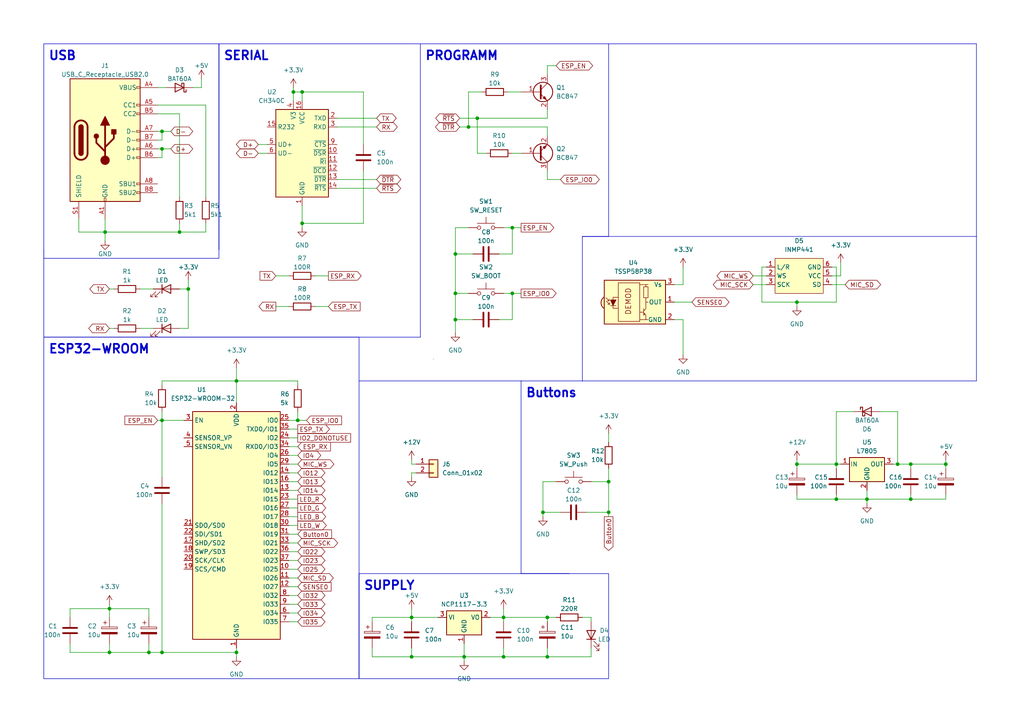
<source format=kicad_sch>
(kicad_sch (version 20231120) (generator "eeschema") (generator_version "8.0")
  (paper "A4")
  (junction (at 30.48 67.31))
  (junction (at 68.58 189.23))
  (junction (at 87.63 26.67))
  (junction (at 394.97 147.32))
  (junction (at 264.16 134.62))
  (junction (at 433.07 147.32))
  (junction (at 389.89 137.16))
  (junction (at 148.59 66.04))
  (junction (at 119.38 179.07))
  (junction (at 356.87 147.32))
  (junction (at 46.99 121.92))
  (junction (at 176.53 148.59))
  (junction (at 148.59 85.09))
  (junction (at 146.05 190.5))
  (junction (at 427.99 137.16))
  (junction (at 274.32 134.62))
  (junction (at 313.69 137.16))
  (junction (at 132.08 85.09))
  (junction (at 146.05 179.07))
  (junction (at 86.36 121.92))
  (junction (at 231.14 134.62))
  (junction (at 231.14 87.63))
  (junction (at 119.38 190.5))
  (junction (at 176.53 139.7))
  (junction (at 318.77 147.32))
  (junction (at 85.09 26.67))
  (junction (at 132.08 73.66))
  (junction (at 260.35 134.62))
  (junction (at 43.18 189.23))
  (junction (at 31.75 176.53))
  (junction (at 46.99 43.18))
  (junction (at 242.57 144.78))
  (junction (at 87.63 64.77))
  (junction (at 158.75 190.5))
  (junction (at 242.57 134.62))
  (junction (at 351.79 137.16))
  (junction (at 132.08 92.71))
  (junction (at 138.43 34.29))
  (junction (at 264.16 144.78))
  (junction (at 52.07 67.31))
  (junction (at 68.58 110.49))
  (junction (at 251.46 144.78))
  (junction (at 46.99 189.23))
  (junction (at 135.89 36.83))
  (junction (at 157.48 148.59))
  (junction (at 31.75 189.23))
  (junction (at 46.99 38.1))
  (junction (at 158.75 179.07))
  (junction (at 134.62 190.5))
  (junction (at 54.61 83.82))
  (wire (pts (xy 22.86 63.5) (xy 22.86 67.31)))
  (wire (pts (xy 158.75 36.83) (xy 135.89 36.83)))
  (wire (pts (xy 46.99 38.1) (xy 45.72 38.1)))
  (wire (pts (xy 31.75 95.25) (xy 33.02 95.25)))
  (wire (pts (xy 74.93 41.91) (xy 77.47 41.91)))
  (wire (pts (xy 148.59 66.04) (xy 146.05 66.04)))
  (wire (pts (xy 58.42 25.4) (xy 55.88 25.4)))
  (wire (pts (xy 242.57 87.63) (xy 231.14 87.63)))
  (wire (pts (xy 46.99 111.76) (xy 46.99 110.49)))
  (wire (pts (xy 46.99 110.49) (xy 68.58 110.49)))
  (wire (pts (xy 242.57 77.47) (xy 242.57 87.63)))
  (wire (pts (xy 439.42 121.92) (xy 322.58 121.92)))
  (wire (pts (xy 31.75 176.53) (xy 31.75 179.07)))
  (wire (pts (xy 427.99 147.32) (xy 427.99 146.05)))
  (wire (pts (xy 198.12 82.55) (xy 195.58 82.55)))
  (wire (pts (xy 54.61 95.25) (xy 54.61 83.82)))
  (wire (pts (xy 146.05 187.96) (xy 146.05 190.5)))
  (wire (pts (xy 83.82 121.92) (xy 86.36 121.92)))
  (wire (pts (xy 31.75 186.69) (xy 31.75 189.23)))
  (wire (pts (xy 398.78 132.08) (xy 398.78 127)))
  (wire (pts (xy 439.42 124.46) (xy 360.68 124.46)))
  (wire (pts (xy 43.18 189.23) (xy 46.99 189.23)))
  (wire (pts (xy 83.82 144.78) (xy 86.36 144.78)))
  (wire (pts (xy 274.32 135.89) (xy 274.32 134.62)))
  (wire (pts (xy 132.08 85.09) (xy 135.89 85.09)))
  (wire (pts (xy 86.36 119.38) (xy 86.36 121.92)))
  (wire (pts (xy 132.08 92.71) (xy 137.16 92.71)))
  (wire (pts (xy 241.3 80.01) (xy 243.84 80.01)))
  (wire (pts (xy 119.38 134.62) (xy 119.38 133.35)))
  (wire (pts (xy 80.01 88.9) (xy 83.82 88.9)))
  (wire (pts (xy 195.58 87.63) (xy 200.66 87.63)))
  (wire (pts (xy 157.48 139.7) (xy 157.48 148.59)))
  (wire (pts (xy 119.38 137.16) (xy 119.38 138.43)))
  (wire (pts (xy 147.32 26.67) (xy 151.13 26.67)))
  (wire (pts (xy 389.89 137.16) (xy 391.16 137.16)))
  (wire (pts (xy 198.12 77.47) (xy 198.12 82.55)))
  (wire (pts (xy 264.16 134.62) (xy 274.32 134.62)))
  (wire (pts (xy 242.57 134.62) (xy 242.57 135.89)))
  (wire (pts (xy 135.89 26.67) (xy 139.7 26.67)))
  (wire (pts (xy 264.16 134.62) (xy 264.16 135.89)))
  (wire (pts (xy 83.82 154.94) (xy 86.36 154.94)))
  (polyline (pts (xy 168.91 102.87) (xy 168.91 110.49)))
  (wire (pts (xy 52.07 67.31) (xy 59.69 67.31)))
  (polyline (pts (xy 12.7 72.39) (xy 12.7 97.79)))
  (wire (pts (xy 260.35 134.62) (xy 259.08 134.62)))
  (wire (pts (xy 158.75 52.07) (xy 162.56 52.07)))
  (wire (pts (xy 168.91 179.07) (xy 171.45 179.07)))
  (wire (pts (xy 158.75 180.34) (xy 158.75 179.07)))
  (wire (pts (xy 351.79 147.32) (xy 351.79 146.05)))
  (wire (pts (xy 251.46 144.78) (xy 242.57 144.78)))
  (wire (pts (xy 83.82 160.02) (xy 86.36 160.02)))
  (wire (pts (xy 40.64 95.25) (xy 44.45 95.25)))
  (polyline (pts (xy 176.53 12.7) (xy 176.53 68.58)))
  (polyline (pts (xy 151.13 110.49) (xy 151.13 166.37)))
  (wire (pts (xy 176.53 148.59) (xy 170.18 148.59)))
  (wire (pts (xy 322.58 147.32) (xy 318.77 147.32)))
  (wire (pts (xy 426.72 137.16) (xy 427.99 137.16)))
  (wire (pts (xy 176.53 139.7) (xy 176.53 148.59)))
  (wire (pts (xy 171.45 187.96) (xy 171.45 190.5)))
  (wire (pts (xy 83.82 147.32) (xy 86.36 147.32)))
  (wire (pts (xy 46.99 189.23) (xy 68.58 189.23)))
  (wire (pts (xy 135.89 36.83) (xy 135.89 26.67)))
  (wire (pts (xy 83.82 180.34) (xy 86.36 180.34)))
  (wire (pts (xy 46.99 121.92) (xy 53.34 121.92)))
  (wire (pts (xy 144.78 73.66) (xy 148.59 73.66)))
  (wire (pts (xy 438.15 118.11) (xy 438.15 119.38)))
  (wire (pts (xy 251.46 144.78) (xy 251.46 146.05)))
  (wire (pts (xy 241.3 77.47) (xy 242.57 77.47)))
  (wire (pts (xy 313.69 137.16) (xy 314.96 137.16)))
  (wire (pts (xy 83.82 149.86) (xy 86.36 149.86)))
  (wire (pts (xy 158.75 190.5) (xy 146.05 190.5)))
  (wire (pts (xy 58.42 22.86) (xy 58.42 25.4)))
  (wire (pts (xy 398.78 127) (xy 439.42 127)))
  (wire (pts (xy 30.48 63.5) (xy 30.48 67.31)))
  (wire (pts (xy 195.58 92.71) (xy 198.12 92.71)))
  (wire (pts (xy 107.95 179.07) (xy 119.38 179.07)))
  (wire (pts (xy 85.09 25.4) (xy 85.09 26.67)))
  (wire (pts (xy 146.05 176.53) (xy 146.05 179.07)))
  (wire (pts (xy 83.82 134.62) (xy 86.36 134.62)))
  (wire (pts (xy 54.61 83.82) (xy 54.61 81.28)))
  (wire (pts (xy 105.41 49.53) (xy 105.41 64.77)))
  (wire (pts (xy 52.07 64.77) (xy 52.07 67.31)))
  (wire (pts (xy 439.42 129.54) (xy 436.88 129.54)))
  (wire (pts (xy 133.35 36.83) (xy 135.89 36.83)))
  (wire (pts (xy 342.9 137.16) (xy 341.63 137.16)))
  (wire (pts (xy 46.99 45.72) (xy 45.72 45.72)))
  (wire (pts (xy 20.32 176.53) (xy 31.75 176.53)))
  (wire (pts (xy 157.48 148.59) (xy 162.56 148.59)))
  (wire (pts (xy 394.97 147.32) (xy 389.89 147.32)))
  (wire (pts (xy 119.38 179.07) (xy 119.38 176.53)))
  (polyline (pts (xy 151.13 166.37) (xy 165.1 166.37)))
  (wire (pts (xy 134.62 190.5) (xy 134.62 191.77)))
  (wire (pts (xy 142.24 179.07) (xy 146.05 179.07)))
  (wire (pts (xy 231.14 87.63) (xy 220.98 87.63)))
  (wire (pts (xy 158.75 187.96) (xy 158.75 190.5)))
  (wire (pts (xy 68.58 187.96) (xy 68.58 189.23)))
  (wire (pts (xy 318.77 147.32) (xy 318.77 148.59)))
  (wire (pts (xy 322.58 142.24) (xy 322.58 147.32)))
  (wire (pts (xy 318.77 147.32) (xy 313.69 147.32)))
  (wire (pts (xy 417.83 137.16) (xy 417.83 138.43)))
  (wire (pts (xy 398.78 142.24) (xy 398.78 147.32)))
  (wire (pts (xy 45.72 30.48) (xy 59.69 30.48)))
  (wire (pts (xy 105.41 26.67) (xy 87.63 26.67)))
  (wire (pts (xy 176.53 148.59) (xy 176.53 149.86)))
  (wire (pts (xy 45.72 43.18) (xy 46.99 43.18)))
  (wire (pts (xy 356.87 147.32) (xy 351.79 147.32)))
  (wire (pts (xy 427.99 138.43) (xy 427.99 137.16)))
  (wire (pts (xy 138.43 34.29) (xy 138.43 44.45)))
  (wire (pts (xy 351.79 137.16) (xy 353.06 137.16)))
  (wire (pts (xy 158.75 179.07) (xy 146.05 179.07)))
  (wire (pts (xy 87.63 64.77) (xy 87.63 66.04)))
  (wire (pts (xy 243.84 80.01) (xy 243.84 76.2)))
  (wire (pts (xy 220.98 87.63) (xy 220.98 77.47)))
  (wire (pts (xy 132.08 73.66) (xy 137.16 73.66)))
  (wire (pts (xy 220.98 77.47) (xy 222.25 77.47)))
  (wire (pts (xy 87.63 29.21) (xy 87.63 26.67)))
  (wire (pts (xy 83.82 165.1) (xy 86.36 165.1)))
  (wire (pts (xy 83.82 177.8) (xy 86.36 177.8)))
  (wire (pts (xy 389.89 147.32) (xy 389.89 146.05)))
  (wire (pts (xy 107.95 187.96) (xy 107.95 190.5)))
  (wire (pts (xy 43.18 176.53) (xy 43.18 179.07)))
  (wire (pts (xy 241.3 82.55) (xy 245.11 82.55)))
  (wire (pts (xy 83.82 152.4) (xy 86.36 152.4)))
  (wire (pts (xy 52.07 33.02) (xy 45.72 33.02)))
  (wire (pts (xy 231.14 144.78) (xy 231.14 143.51)))
  (wire (pts (xy 59.69 30.48) (xy 59.69 57.15)))
  (wire (pts (xy 231.14 87.63) (xy 231.14 88.9)))
  (wire (pts (xy 436.88 147.32) (xy 433.07 147.32)))
  (wire (pts (xy 133.35 34.29) (xy 138.43 34.29)))
  (wire (pts (xy 148.59 73.66) (xy 148.59 66.04)))
  (wire (pts (xy 46.99 43.18) (xy 46.99 45.72)))
  (wire (pts (xy 105.41 41.91) (xy 105.41 26.67)))
  (wire (pts (xy 97.79 34.29) (xy 109.22 34.29)))
  (wire (pts (xy 360.68 147.32) (xy 356.87 147.32)))
  (wire (pts (xy 119.38 179.07) (xy 119.38 180.34)))
  (wire (pts (xy 158.75 179.07) (xy 161.29 179.07)))
  (wire (pts (xy 31.75 189.23) (xy 20.32 189.23)))
  (polyline (pts (xy 125.73 104.14) (xy 125.73 104.14)))
  (wire (pts (xy 436.88 129.54) (xy 436.88 132.08)))
  (wire (pts (xy 83.82 139.7) (xy 86.36 139.7)))
  (wire (pts (xy 31.75 175.26) (xy 31.75 176.53)))
  (wire (pts (xy 119.38 187.96) (xy 119.38 190.5)))
  (wire (pts (xy 46.99 119.38) (xy 46.99 121.92)))
  (wire (pts (xy 86.36 111.76) (xy 86.36 110.49)))
  (wire (pts (xy 45.72 25.4) (xy 48.26 25.4)))
  (polyline (pts (xy 12.7 97.79) (xy 121.92 97.79)))
  (wire (pts (xy 31.75 176.53) (xy 43.18 176.53)))
  (wire (pts (xy 31.75 83.82) (xy 33.02 83.82)))
  (wire (pts (xy 86.36 121.92) (xy 88.9 121.92)))
  (wire (pts (xy 158.75 31.75) (xy 158.75 34.29)))
  (wire (pts (xy 158.75 49.53) (xy 158.75 52.07)))
  (wire (pts (xy 158.75 34.29) (xy 138.43 34.29)))
  (polyline (pts (xy 116.84 12.7) (xy 63.5 12.7)))
  (polyline (pts (xy 121.92 97.79) (xy 121.92 12.7)))
  (polyline (pts (xy 168.91 102.87) (xy 168.91 68.58)))
  (polyline (pts (xy 168.91 68.58) (xy 176.53 68.58)))
  (wire (pts (xy 231.14 134.62) (xy 242.57 134.62)))
  (wire (pts (xy 171.45 179.07) (xy 171.45 180.34)))
  (wire (pts (xy 107.95 180.34) (xy 107.95 179.07)))
  (wire (pts (xy 83.82 127) (xy 86.36 127)))
  (wire (pts (xy 427.99 137.16) (xy 429.26 137.16)))
  (wire (pts (xy 46.99 40.64) (xy 46.99 38.1)))
  (wire (pts (xy 20.32 179.07) (xy 20.32 176.53)))
  (wire (pts (xy 83.82 167.64) (xy 86.36 167.64)))
  (polyline (pts (xy 283.21 110.49) (xy 283.21 68.58)))
  (wire (pts (xy 398.78 147.32) (xy 394.97 147.32)))
  (wire (pts (xy 43.18 186.69) (xy 43.18 189.23)))
  (wire (pts (xy 394.97 147.32) (xy 394.97 148.59)))
  (wire (pts (xy 322.58 121.92) (xy 322.58 132.08)))
  (wire (pts (xy 120.65 137.16) (xy 119.38 137.16)))
  (polyline (pts (xy 283.21 68.58) (xy 168.91 68.58)))
  (wire (pts (xy 157.48 148.59) (xy 157.48 149.86)))
  (wire (pts (xy 105.41 64.77) (xy 87.63 64.77)))
  (wire (pts (xy 120.65 134.62) (xy 119.38 134.62)))
  (wire (pts (xy 218.44 82.55) (xy 222.25 82.55)))
  (wire (pts (xy 91.44 80.01) (xy 95.25 80.01)))
  (polyline (pts (xy 116.84 12.7) (xy 176.53 12.7)))
  (wire (pts (xy 303.53 137.16) (xy 303.53 138.43)))
  (wire (pts (xy 350.52 137.16) (xy 351.79 137.16)))
  (wire (pts (xy 313.69 138.43) (xy 313.69 137.16)))
  (wire (pts (xy 52.07 95.25) (xy 54.61 95.25)))
  (wire (pts (xy 419.1 137.16) (xy 417.83 137.16)))
  (wire (pts (xy 389.89 138.43) (xy 389.89 137.16)))
  (wire (pts (xy 97.79 54.61) (xy 109.22 54.61)))
  (wire (pts (xy 148.59 44.45) (xy 151.13 44.45)))
  (wire (pts (xy 255.27 119.38) (xy 260.35 119.38)))
  (wire (pts (xy 30.48 67.31) (xy 52.07 67.31)))
  (wire (pts (xy 360.68 142.24) (xy 360.68 147.32)))
  (wire (pts (xy 264.16 134.62) (xy 260.35 134.62)))
  (wire (pts (xy 146.05 190.5) (xy 134.62 190.5)))
  (wire (pts (xy 231.14 135.89) (xy 231.14 134.62)))
  (wire (pts (xy 379.73 137.16) (xy 379.73 138.43)))
  (wire (pts (xy 87.63 59.69) (xy 87.63 64.77)))
  (wire (pts (xy 52.07 83.82) (xy 54.61 83.82)))
  (wire (pts (xy 260.35 119.38) (xy 260.35 134.62)))
  (polyline (pts (xy 283.21 12.7) (xy 283.21 68.58)))
  (wire (pts (xy 148.59 85.09) (xy 146.05 85.09)))
  (wire (pts (xy 381 137.16) (xy 379.73 137.16)))
  (wire (pts (xy 351.79 138.43) (xy 351.79 137.16)))
  (polyline (pts (xy 176.53 12.7) (xy 283.21 12.7)))
  (wire (pts (xy 218.44 80.01) (xy 222.25 80.01)))
  (wire (pts (xy 313.69 147.32) (xy 313.69 146.05)))
  (wire (pts (xy 438.15 119.38) (xy 439.42 119.38)))
  (wire (pts (xy 388.62 137.16) (xy 389.89 137.16)))
  (polyline (pts (xy 63.5 12.7) (xy 63.5 72.39)))
  (wire (pts (xy 31.75 189.23) (xy 43.18 189.23)))
  (wire (pts (xy 356.87 147.32) (xy 356.87 148.59)))
  (wire (pts (xy 198.12 92.71) (xy 198.12 102.87)))
  (wire (pts (xy 83.82 129.54) (xy 86.36 129.54)))
  (wire (pts (xy 40.64 83.82) (xy 44.45 83.82)))
  (wire (pts (xy 107.95 190.5) (xy 119.38 190.5)))
  (wire (pts (xy 86.36 110.49) (xy 68.58 110.49)))
  (wire (pts (xy 304.8 137.16) (xy 303.53 137.16)))
  (wire (pts (xy 274.32 143.51) (xy 274.32 144.78)))
  (wire (pts (xy 83.82 172.72) (xy 86.36 172.72)))
  (wire (pts (xy 68.58 110.49) (xy 68.58 116.84)))
  (wire (pts (xy 242.57 143.51) (xy 242.57 144.78)))
  (wire (pts (xy 91.44 88.9) (xy 95.25 88.9)))
  (wire (pts (xy 243.84 134.62) (xy 242.57 134.62)))
  (wire (pts (xy 132.08 66.04) (xy 132.08 73.66)))
  (wire (pts (xy 251.46 142.24) (xy 251.46 144.78)))
  (wire (pts (xy 176.53 125.73) (xy 176.53 128.27)))
  (wire (pts (xy 46.99 38.1) (xy 49.53 38.1)))
  (wire (pts (xy 83.82 142.24) (xy 86.36 142.24)))
  (wire (pts (xy 148.59 66.04) (xy 151.13 66.04)))
  (wire (pts (xy 242.57 119.38) (xy 242.57 134.62)))
  (wire (pts (xy 158.75 19.05) (xy 161.29 19.05)))
  (wire (pts (xy 231.14 134.62) (xy 231.14 133.35)))
  (wire (pts (xy 83.82 124.46) (xy 86.36 124.46)))
  (wire (pts (xy 20.32 186.69) (xy 20.32 189.23)))
  (wire (pts (xy 83.82 137.16) (xy 86.36 137.16)))
  (wire (pts (xy 52.07 33.02) (xy 52.07 57.15)))
  (wire (pts (xy 274.32 144.78) (xy 264.16 144.78)))
  (wire (pts (xy 85.09 26.67) (xy 87.63 26.67)))
  (wire (pts (xy 45.72 121.92) (xy 46.99 121.92)))
  (wire (pts (xy 46.99 121.92) (xy 46.99 138.43)))
  (wire (pts (xy 433.07 147.32) (xy 427.99 147.32)))
  (wire (pts (xy 30.48 67.31) (xy 30.48 69.85)))
  (wire (pts (xy 80.01 80.01) (xy 83.82 80.01)))
  (polyline (pts (xy 168.91 110.49) (xy 151.13 110.49)))
  (wire (pts (xy 83.82 132.08) (xy 86.36 132.08)))
  (wire (pts (xy 97.79 36.83) (xy 109.22 36.83)))
  (wire (pts (xy 148.59 85.09) (xy 151.13 85.09)))
  (wire (pts (xy 22.86 67.31) (xy 30.48 67.31)))
  (wire (pts (xy 146.05 179.07) (xy 146.05 180.34)))
  (wire (pts (xy 97.79 52.07) (xy 109.22 52.07)))
  (wire (pts (xy 158.75 39.37) (xy 158.75 36.83)))
  (wire (pts (xy 360.68 124.46) (xy 360.68 132.08)))
  (polyline (pts (xy 168.91 110.49) (xy 283.21 110.49)))
  (wire (pts (xy 83.82 170.18) (xy 86.36 170.18)))
  (wire (pts (xy 46.99 43.18) (xy 49.53 43.18)))
  (wire (pts (xy 264.16 144.78) (xy 251.46 144.78)))
  (wire (pts (xy 138.43 44.45) (xy 140.97 44.45)))
  (wire (pts (xy 59.69 67.31) (xy 59.69 64.77)))
  (wire (pts (xy 171.45 190.5) (xy 158.75 190.5)))
  (wire (pts (xy 85.09 26.67) (xy 85.09 29.21)))
  (wire (pts (xy 433.07 147.32) (xy 433.07 148.59)))
  (wire (pts (xy 68.58 189.23) (xy 68.58 190.5)))
  (wire (pts (xy 83.82 162.56) (xy 86.36 162.56)))
  (wire (pts (xy 158.75 21.59) (xy 158.75 19.05)))
  (wire (pts (xy 242.57 144.78) (xy 231.14 144.78)))
  (wire (pts (xy 161.29 139.7) (xy 157.48 139.7)))
  (wire (pts (xy 132.08 85.09) (xy 132.08 92.71)))
  (wire (pts (xy 274.32 133.35) (xy 274.32 134.62)))
  (wire (pts (xy 312.42 137.16) (xy 313.69 137.16)))
  (wire (pts (xy 45.72 40.64) (xy 46.99 40.64)))
  (wire (pts (xy 247.65 119.38) (xy 242.57 119.38)))
  (wire (pts (xy 46.99 189.23) (xy 46.99 146.05)))
  (wire (pts (xy 134.62 186.69) (xy 134.62 190.5)))
  (wire (pts (xy 119.38 190.5) (xy 134.62 190.5)))
  (wire (pts (xy 144.78 92.71) (xy 148.59 92.71)))
  (wire (pts (xy 132.08 92.71) (xy 132.08 96.52)))
  (wire (pts (xy 264.16 143.51) (xy 264.16 144.78)))
  (wire (pts (xy 341.63 137.16) (xy 341.63 138.43)))
  (wire (pts (xy 74.93 44.45) (xy 77.47 44.45)))
  (wire (pts (xy 148.59 92.71) (xy 148.59 85.09)))
  (wire (pts (xy 171.45 139.7) (xy 176.53 139.7)))
  (polyline (pts (xy 104.14 110.49) (xy 151.13 110.49)))
  (wire (pts (xy 83.82 157.48) (xy 86.36 157.48)))
  (wire (pts (xy 127 179.07) (xy 119.38 179.07)))
  (wire (pts (xy 436.88 142.24) (xy 436.88 147.32)))
  (wire (pts (xy 83.82 175.26) (xy 86.36 175.26)))
  (wire (pts (xy 132.08 73.66) (xy 132.08 85.09)))
  (wire (pts (xy 68.58 106.68) (xy 68.58 110.49)))
  (wire (pts (xy 176.53 135.89) (xy 176.53 139.7)))
  (wire (pts (xy 135.89 66.04) (xy 132.08 66.04)))
  (rectangle (start 12.7 12.7) (end 63.5 74.93))
  (rectangle (start 12.7 97.79) (end 104.14 196.85))
  (rectangle (start 104.14 166.37) (end 176.53 196.85))
  (text "USB" (at 13.97 17.78 0) (effects (font (size 2.54 2.54) (thickness 0.508) (bold yes)) (justify left bottom)))
  (text "SERIAL" (at 64.77 17.78 0) (effects (font (size 2.54 2.54) (thickness 0.508) (bold yes)) (justify left bottom)))
  (text "ESP32-WROOM" (at 13.97 102.87 0) (effects (font (size 2.54 2.54) (thickness 0.508) (bold yes)) (justify left bottom)))
  (text "PROGRAMM\n" (at 123.19 17.78 0) (effects (font (size 2.54 2.54) (thickness 0.508) (bold yes)) (justify left bottom)))
  (text "Buttons" (at 152.4 115.57 0) (effects (font (size 2.54 2.54) (thickness 0.508) (bold yes)) (justify left bottom)))
  (text "SUPPLY\n" (at 105.41 171.45 0) (effects (font (size 2.54 2.54) (thickness 0.508) (bold yes)) (justify left bottom)))
  (global_label "ESP_EN" (shape bidirectional) (at 161.29 19.05 0) (property "Intersheetrefs" "${INTERSHEET_REFS}" (effects (hide yes))))
  (global_label "RX" (shape bidirectional) (at 31.75 95.25 180) (property "Intersheetrefs" "${INTERSHEET_REFS}" (effects (hide yes))))
  (global_label "D-" (shape bidirectional) (at 74.93 44.45 180) (property "Intersheetrefs" "${INTERSHEET_REFS}" (effects (hide yes))))
  (global_label "LED_B" (shape input) (at 379.73 138.43 270) (property "Intersheetrefs" "${INTERSHEET_REFS}" (effects (hide yes))))
  (global_label "ESP_IO0" (shape input) (at 88.9 121.92 0) (property "Intersheetrefs" "${INTERSHEET_REFS}" (effects (hide yes))))
  (global_label "IO14" (shape bidirectional) (at 86.36 142.24 0) (property "Intersheetrefs" "${INTERSHEET_REFS}" (effects (hide yes))))
  (global_label "TX" (shape bidirectional) (at 31.75 83.82 180) (property "Intersheetrefs" "${INTERSHEET_REFS}" (effects (hide yes))))
  (global_label "ESP_IO0" (shape bidirectional) (at 162.56 52.07 0) (property "Intersheetrefs" "${INTERSHEET_REFS}" (effects (hide yes))))
  (global_label "RX" (shape output) (at 80.01 88.9 180) (property "Intersheetrefs" "${INTERSHEET_REFS}" (effects (hide yes))))
  (global_label "Button0" (shape output) (at 176.53 149.86 270) (property "Intersheetrefs" "${INTERSHEET_REFS}" (effects (hide yes))))
  (global_label "Button0" (shape input) (at 86.36 154.94 0) (property "Intersheetrefs" "${INTERSHEET_REFS}" (effects (hide yes))))
  (global_label "IO34" (shape bidirectional) (at 86.36 177.8 0) (property "Intersheetrefs" "${INTERSHEET_REFS}" (effects (hide yes))))
  (global_label "~{DTR}" (shape bidirectional) (at 133.35 36.83 180) (property "Intersheetrefs" "${INTERSHEET_REFS}" (effects (hide yes))))
  (global_label "LED_W" (shape input) (at 417.83 138.43 270) (property "Intersheetrefs" "${INTERSHEET_REFS}" (effects (hide yes))))
  (global_label "MIC_WS" (shape bidirectional) (at 218.44 80.01 180) (property "Intersheetrefs" "${INTERSHEET_REFS}" (effects (hide yes))))
  (global_label "ESP_RX" (shape output) (at 95.25 80.01 0) (property "Intersheetrefs" "${INTERSHEET_REFS}" (effects (hide yes))))
  (global_label "LED_R" (shape output) (at 86.36 144.78 0) (property "Intersheetrefs" "${INTERSHEET_REFS}" (effects (hide yes))))
  (global_label "IO13" (shape bidirectional) (at 86.36 139.7 0) (property "Intersheetrefs" "${INTERSHEET_REFS}" (effects (hide yes))))
  (global_label "IO35" (shape bidirectional) (at 86.36 180.34 0) (property "Intersheetrefs" "${INTERSHEET_REFS}" (effects (hide yes))))
  (global_label "ESP_TX" (shape output) (at 86.36 124.46 0) (property "Intersheetrefs" "${INTERSHEET_REFS}" (effects (hide yes))))
  (global_label "IO4" (shape bidirectional) (at 86.36 132.08 0) (property "Intersheetrefs" "${INTERSHEET_REFS}" (effects (hide yes))))
  (global_label "~{RTS}" (shape bidirectional) (at 109.22 54.61 0) (property "Intersheetrefs" "${INTERSHEET_REFS}" (effects (hide yes))))
  (global_label "MIC_SCK" (shape bidirectional) (at 218.44 82.55 180) (property "Intersheetrefs" "${INTERSHEET_REFS}" (effects (hide yes))))
  (global_label "MIC_SD" (shape bidirectional) (at 86.36 167.64 0) (property "Intersheetrefs" "${INTERSHEET_REFS}" (effects (hide yes))))
  (global_label "D-" (shape bidirectional) (at 49.53 38.1 0) (property "Intersheetrefs" "${INTERSHEET_REFS}" (effects (hide yes))))
  (global_label "ESP_IO0" (shape output) (at 151.13 85.09 0) (property "Intersheetrefs" "${INTERSHEET_REFS}" (effects (hide yes))))
  (global_label "LED_G" (shape input) (at 341.63 138.43 270) (property "Intersheetrefs" "${INTERSHEET_REFS}" (effects (hide yes))))
  (global_label "MIC_SCK" (shape bidirectional) (at 86.36 157.48 0) (property "Intersheetrefs" "${INTERSHEET_REFS}" (effects (hide yes))))
  (global_label "D+" (shape bidirectional) (at 49.53 43.18 0) (property "Intersheetrefs" "${INTERSHEET_REFS}" (effects (hide yes))))
  (global_label "IO22" (shape bidirectional) (at 86.36 160.02 0) (property "Intersheetrefs" "${INTERSHEET_REFS}" (effects (hide yes))))
  (global_label "LED_G" (shape output) (at 86.36 147.32 0) (property "Intersheetrefs" "${INTERSHEET_REFS}" (effects (hide yes))))
  (global_label "LED_W" (shape output) (at 86.36 152.4 0) (property "Intersheetrefs" "${INTERSHEET_REFS}" (effects (hide yes))))
  (global_label "IO12" (shape bidirectional) (at 86.36 137.16 0) (property "Intersheetrefs" "${INTERSHEET_REFS}" (effects (hide yes))))
  (global_label "SENSE0" (shape bidirectional) (at 200.66 87.63 0) (property "Intersheetrefs" "${INTERSHEET_REFS}" (effects (hide yes))))
  (global_label "IO2_DONOTUSE" (shape passive) (at 86.36 127 0) (property "Intersheetrefs" "${INTERSHEET_REFS}" (effects (hide yes))))
  (global_label "IO25" (shape bidirectional) (at 86.36 165.1 0) (property "Intersheetrefs" "${INTERSHEET_REFS}" (effects (hide yes))))
  (global_label "ESP_TX" (shape input) (at 95.25 88.9 0) (property "Intersheetrefs" "${INTERSHEET_REFS}" (effects (hide yes))))
  (global_label "LED_B" (shape output) (at 86.36 149.86 0) (property "Intersheetrefs" "${INTERSHEET_REFS}" (effects (hide yes))))
  (global_label "TX" (shape bidirectional) (at 109.22 34.29 0) (property "Intersheetrefs" "${INTERSHEET_REFS}" (effects (hide yes))))
  (global_label "~{RTS}" (shape bidirectional) (at 133.35 34.29 180) (property "Intersheetrefs" "${INTERSHEET_REFS}" (effects (hide yes))))
  (global_label "~{DTR}" (shape bidirectional) (at 109.22 52.07 0) (property "Intersheetrefs" "${INTERSHEET_REFS}" (effects (hide yes))))
  (global_label "MIC_WS" (shape bidirectional) (at 86.36 134.62 0) (property "Intersheetrefs" "${INTERSHEET_REFS}" (effects (hide yes))))
  (global_label "ESP_EN" (shape output) (at 151.13 66.04 0) (property "Intersheetrefs" "${INTERSHEET_REFS}" (effects (hide yes))))
  (global_label "D+" (shape bidirectional) (at 74.93 41.91 180) (property "Intersheetrefs" "${INTERSHEET_REFS}" (effects (hide yes))))
  (global_label "MIC_SD" (shape bidirectional) (at 245.11 82.55 0) (property "Intersheetrefs" "${INTERSHEET_REFS}" (effects (hide yes))))
  (global_label "SENSE0" (shape input) (at 86.36 170.18 0) (property "Intersheetrefs" "${INTERSHEET_REFS}" (effects (hide yes))))
  (global_label "ESP_EN" (shape input) (at 45.72 121.92 180) (property "Intersheetrefs" "${INTERSHEET_REFS}" (effects (hide yes))))
  (global_label "RX" (shape bidirectional) (at 109.22 36.83 0) (property "Intersheetrefs" "${INTERSHEET_REFS}" (effects (hide yes))))
  (global_label "IO32" (shape bidirectional) (at 86.36 172.72 0) (property "Intersheetrefs" "${INTERSHEET_REFS}" (effects (hide yes))))
  (global_label "TX" (shape input) (at 80.01 80.01 180) (property "Intersheetrefs" "${INTERSHEET_REFS}" (effects (hide yes))))
  (global_label "LED_R" (shape input) (at 303.53 138.43 270) (property "Intersheetrefs" "${INTERSHEET_REFS}" (effects (hide yes))))
  (global_label "IO23" (shape bidirectional) (at 86.36 162.56 0) (property "Intersheetrefs" "${INTERSHEET_REFS}" (effects (hide yes))))
  (global_label "IO33" (shape bidirectional) (at 86.36 175.26 0) (property "Intersheetrefs" "${INTERSHEET_REFS}" (effects (hide yes))))
  (global_label "ESP_RX" (shape input) (at 86.36 129.54 0) (property "Intersheetrefs" "${INTERSHEET_REFS}" (effects (hide yes))))
  (symbol (lib_id "Device:R") (at 346.71 137.16 90) (unit 1)
    (property "Reference" "R15" (at 346.71 132.08 90))
    (property "Value" "100R" (at 346.71 134.62 90))
    (property "Footprint" "Resistor_SMD:R_0603_1608Metric_Pad0.98x0.95mm_HandSolder" (effects (hide yes)))
  )
  (symbol (lib_id "Device:C_Polarized") (at 107.95 184.15 0) (unit 1)
    (property "Reference" "C6" (at 111.76 181.991 0) (effects (justify left)))
    (property "Value" "10u" (at 111.76 184.531 0) (effects (justify left)))
    (property "Footprint" "Capacitor_Tantalum_SMD:CP_EIA-3216-18_Kemet-A_Pad1.58x1.35mm_HandSolder" (effects (hide yes)))
  )
  (symbol (lib_id "Device:LED") (at 171.45 184.15 90) (unit 1)
    (property "Reference" "D4" (at 175.26 182.88 90))
    (property "Value" "LED" (at 175.26 185.42 90))
    (property "Footprint" "LED_SMD:LED_0603_1608Metric_Pad1.05x0.95mm_HandSolder" (effects (hide yes)))
  )
  (symbol (lib_id "power:+12V") (at 119.38 133.35 0) (unit 1)
    (property "Reference" "#PWR018" (effects (hide yes)))
    (property "Value" "+12V" (at 119.38 128.27 0))
  )
  (symbol (lib_id "Device:R") (at 427.99 142.24 180) (unit 1)
    (property "Reference" "R20" (at 424.18 140.97 0))
    (property "Value" "10k" (at 424.18 143.51 0))
    (property "Footprint" "Resistor_SMD:R_0603_1608Metric_Pad0.98x0.95mm_HandSolder" (effects (hide yes)))
  )
  (symbol (lib_id "Device:C_Polarized") (at 31.75 182.88 0) (unit 1)
    (property "Reference" "C2" (at 25.4 181.61 0) (effects (justify left)))
    (property "Value" "10u" (at 25.4 184.15 0) (effects (justify left)))
    (property "Footprint" "Capacitor_Tantalum_SMD:CP_EIA-3216-18_Kemet-A_Pad1.58x1.35mm_HandSolder" (effects (hide yes)))
  )
  (symbol (lib_id "power:GND") (at 394.97 148.59 0) (unit 1)
    (property "Reference" "#PWR025" (effects (hide yes)))
    (property "Value" "GND" (at 394.97 152.4 0))
  )
  (symbol (lib_id "power:+3.3V") (at 31.75 175.26 0) (unit 1)
    (property "Reference" "#PWR02" (effects (hide yes)))
    (property "Value" "+3.3V" (at 31.75 170.18 0))
  )
  (symbol (lib_id "Device:R") (at 46.99 115.57 0) (unit 1)
    (property "Reference" "R4" (at 41.91 114.3 0) (effects (justify left)))
    (property "Value" "10k" (at 41.91 116.84 0) (effects (justify left)))
    (property "Footprint" "Resistor_SMD:R_0603_1608Metric_Pad0.98x0.95mm_HandSolder" (effects (hide yes)))
  )
  (symbol (lib_id "Diode:BAT60A") (at 251.46 119.38 0) (unit 1)
    (property "Reference" "D6" (at 251.46 124.46 0))
    (property "Value" "BAT60A" (at 251.46 121.92 0))
    (property "Footprint" "Diode_SMD:D_SOD-323_HandSoldering" (effects (hide yes)))
    (property "Datasheet" "https://www.infineon.com/dgdl/Infineon-BAT60ASERIES-DS-v01_01-en.pdf?fileId=db3a304313d846880113def70c9304a9" (effects (hide yes)))
  )
  (symbol (lib_id "Device:LED") (at 48.26 95.25 0) (unit 1)
    (property "Reference" "D2" (at 46.99 90.17 0))
    (property "Value" "LED" (at 46.99 92.71 0))
    (property "Footprint" "LED_SMD:LED_0603_1608Metric_Pad1.05x0.95mm_HandSolder" (effects (hide yes)))
  )
  (symbol (lib_id "power:GND") (at 119.38 138.43 0) (unit 1)
    (property "Reference" "#PWR012" (effects (hide yes)))
    (property "Value" "GND" (at 119.38 143.51 0))
  )
  (symbol (lib_id "power:GND") (at 87.63 66.04 0) (unit 1)
    (property "Reference" "#PWR08" (effects (hide yes)))
    (property "Value" "GND" (at 87.63 71.12 0))
  )
  (symbol (lib_id "Device:C_Polarized") (at 158.75 184.15 0) (unit 1)
    (property "Reference" "C11" (at 162.56 181.991 0) (effects (justify left)))
    (property "Value" "10u" (at 162.56 184.531 0) (effects (justify left)))
    (property "Footprint" "Capacitor_Tantalum_SMD:CP_EIA-3216-18_Kemet-A_Pad1.58x1.35mm_HandSolder" (effects (hide yes)))
  )
  (symbol (lib_id "Device:R") (at 144.78 44.45 90) (unit 1)
    (property "Reference" "R10" (at 144.78 39.37 90))
    (property "Value" "10k" (at 144.78 41.91 90))
    (property "Footprint" "Resistor_SMD:R_0603_1608Metric_Pad0.98x0.95mm_HandSolder" (effects (hide yes)))
  )
  (symbol (lib_id "Diode:BAT60A") (at 52.07 25.4 180) (unit 1)
    (property "Reference" "D3" (at 52.07 20.32 0))
    (property "Value" "BAT60A" (at 52.07 22.86 0))
    (property "Footprint" "Diode_SMD:D_SOD-323_HandSoldering" (effects (hide yes)))
    (property "Datasheet" "https://www.infineon.com/dgdl/Infineon-BAT60ASERIES-DS-v01_01-en.pdf?fileId=db3a304313d846880113def70c9304a9" (effects (hide yes)))
  )
  (symbol (lib_id "power:GND") (at 231.14 88.9 0) (unit 1)
    (property "Reference" "#PWR033" (effects (hide yes)))
    (property "Value" "GND" (at 231.14 93.98 0))
  )
  (symbol (lib_id "Device:C") (at 146.05 184.15 0) (unit 1)
    (property "Reference" "C10" (at 149.86 182.88 0) (effects (justify left)))
    (property "Value" "100n" (at 149.86 185.42 0) (effects (justify left)))
    (property "Footprint" "Capacitor_SMD:C_0603_1608Metric_Pad1.08x0.95mm_HandSolder" (effects (hide yes)))
  )
  (symbol (lib_id "Device:C") (at 140.97 73.66 90) (unit 1)
    (property "Reference" "C8" (at 140.97 67.31 90))
    (property "Value" "100n" (at 140.97 69.85 90))
    (property "Footprint" "Capacitor_SMD:C_0603_1608Metric_Pad1.08x0.95mm_HandSolder" (effects (hide yes)))
  )
  (symbol (lib_id "Device:R") (at 87.63 80.01 90) (unit 1)
    (property "Reference" "R7" (at 87.63 74.93 90))
    (property "Value" "100R" (at 87.63 77.47 90))
    (property "Footprint" "Resistor_SMD:R_0603_1608Metric_Pad0.98x0.95mm_HandSolder" (effects (hide yes)))
  )
  (symbol (lib_id "Transistor_BJT:BC847") (at 156.21 26.67 0) (unit 1)
    (property "Reference" "Q1" (at 161.29 25.4 0) (effects (justify left)))
    (property "Value" "BC847" (at 161.29 27.94 0) (effects (justify left)))
    (property "Footprint" "Package_TO_SOT_SMD:SOT-23" (effects (hide yes)))
    (property "Datasheet" "http://www.infineon.com/dgdl/Infineon-BC847SERIES_BC848SERIES_BC849SERIES_BC850SERIES-DS-v01_01-en.pdf?fileId=db3a304314dca389011541d4630a1657" (effects (hide yes)))
  )
  (symbol (lib_id "power:GND") (at 318.77 148.59 0) (unit 1)
    (property "Reference" "#PWR023" (effects (hide yes)))
    (property "Value" "GND" (at 318.77 152.4 0))
  )
  (symbol (lib_id "power:+3.3V") (at 243.84 76.2 0) (unit 1)
    (property "Reference" "#PWR034" (effects (hide yes)))
    (property "Value" "+3.3V" (at 243.84 71.12 0))
  )
  (symbol (lib_id "Device:R") (at 308.61 137.16 90) (unit 1)
    (property "Reference" "R13" (at 308.61 132.08 90))
    (property "Value" "100R" (at 308.61 134.62 90))
    (property "Footprint" "Resistor_SMD:R_0603_1608Metric_Pad0.98x0.95mm_HandSolder" (effects (hide yes)))
  )
  (symbol (lib_id "Device:C") (at 119.38 184.15 0) (unit 1)
    (property "Reference" "C7" (at 123.19 182.88 0) (effects (justify left)))
    (property "Value" "100n" (at 123.19 185.42 0) (effects (justify left)))
    (property "Footprint" "Capacitor_SMD:C_0603_1608Metric_Pad1.08x0.95mm_HandSolder" (effects (hide yes)))
  )
  (symbol (lib_id "Device:R") (at 422.91 137.16 90) (unit 1)
    (property "Reference" "R19" (at 422.91 132.08 90))
    (property "Value" "100R" (at 422.91 134.62 90))
    (property "Footprint" "Resistor_SMD:R_0603_1608Metric_Pad0.98x0.95mm_HandSolder" (effects (hide yes)))
  )
  (symbol (lib_id "power:+12V") (at 231.14 133.35 0) (unit 1)
    (property "Reference" "#PWR020" (effects (hide yes)))
    (property "Value" "+12V" (at 231.14 128.27 0))
  )
  (symbol (lib_id "Device:C") (at 105.41 45.72 0) (unit 1)
    (property "Reference" "C5" (at 109.22 44.45 0) (effects (justify left)))
    (property "Value" "100n" (at 109.22 46.99 0) (effects (justify left)))
    (property "Footprint" "Capacitor_SMD:C_0603_1608Metric_Pad1.08x0.95mm_HandSolder" (effects (hide yes)))
  )
  (symbol (lib_id "power:GND") (at 198.12 102.87 0) (unit 1)
    (property "Reference" "#PWR09" (effects (hide yes)))
    (property "Value" "GND" (at 198.12 107.95 0))
  )
  (symbol (lib_id "power:GND") (at 251.46 146.05 0) (unit 1)
    (property "Reference" "#PWR022" (effects (hide yes)))
    (property "Value" "GND" (at 251.46 151.13 0))
  )
  (symbol (lib_id "Regulator_Linear:L7805") (at 251.46 134.62 0) (unit 1)
    (property "Reference" "U5" (at 251.46 128.27 0))
    (property "Value" "L7805" (at 251.46 130.81 0))
    (property "Footprint" "Package_TO_SOT_SMD:TO-252-3_TabPin2" (effects (hide yes)))
    (property "Datasheet" "http://www.st.com/content/ccc/resource/technical/document/datasheet/41/4f/b3/b0/12/d4/47/88/CD00000444.pdf/files/CD00000444.pdf/jcr:content/translations/en.CD00000444.pdf" (effects (hide yes)))
  )
  (symbol (lib_id "Transistor_FET:IRF540N") (at 396.24 137.16 0) (unit 1)
    (property "Reference" "Q5" (at 402.59 135.89 0) (effects (justify left)))
    (property "Value" "IRFL4105PBF" (at 402.59 138.43 0) (effects (justify left)))
    (property "Footprint" "Package_TO_SOT_SMD:SOT-223" (effects (hide yes)))
    (property "Datasheet" "http://www.irf.com/product-info/datasheets/data/irf540n.pdf" (effects (hide yes)))
  )
  (symbol (lib_id "Device:C") (at 140.97 92.71 90) (unit 1)
    (property "Reference" "C9" (at 140.97 86.36 90))
    (property "Value" "100n" (at 140.97 88.9 90))
    (property "Footprint" "Capacitor_SMD:C_0603_1608Metric_Pad1.08x0.95mm_HandSolder" (effects (hide yes)))
  )
  (symbol (lib_id "Device:R") (at 389.89 142.24 180) (unit 1)
    (property "Reference" "R18" (at 386.08 140.97 0))
    (property "Value" "10k" (at 386.08 143.51 0))
    (property "Footprint" "Resistor_SMD:R_0603_1608Metric_Pad0.98x0.95mm_HandSolder" (effects (hide yes)))
  )
  (symbol (lib_id "RF_Module:ESP32-WROOM-32") (at 68.58 152.4 0) (unit 1)
    (property "Reference" "U1" (at 57.15 113.03 0) (effects (justify left)))
    (property "Value" "ESP32-WROOM-32" (at 49.53 115.57 0) (effects (justify left)))
    (property "Footprint" "RF_Module:ESP32-WROOM-32" (effects (hide yes)))
    (property "Datasheet" "https://www.espressif.com/sites/default/files/documentation/esp32-wroom-32_datasheet_en.pdf" (effects (hide yes)))
  )
  (symbol (lib_id "Transistor_FET:IRF540N") (at 434.34 137.16 0) (unit 1)
    (property "Reference" "Q6" (at 440.69 135.89 0) (effects (justify left)))
    (property "Value" "IRFL4105PBF" (at 440.69 138.43 0) (effects (justify left)))
    (property "Footprint" "Package_TO_SOT_SMD:SOT-223" (effects (hide yes)))
    (property "Datasheet" "http://www.irf.com/product-info/datasheets/data/irf540n.pdf" (effects (hide yes)))
  )
  (symbol (lib_id "power:GND") (at 433.07 148.59 0) (unit 1)
    (property "Reference" "#PWR026" (effects (hide yes)))
    (property "Value" "GND" (at 433.07 152.4 0))
  )
  (symbol (lib_id "power:+3.3V") (at 176.53 125.73 0) (unit 1)
    (property "Reference" "#PWR017" (effects (hide yes)))
    (property "Value" "+3.3V" (at 176.53 120.65 0))
  )
  (symbol (lib_id "power:GND") (at 132.08 96.52 0) (unit 1)
    (property "Reference" "#PWR013" (effects (hide yes)))
    (property "Value" "GND" (at 132.08 101.6 0))
  )
  (symbol (lib_id "Transistor_BJT:BC847") (at 156.21 44.45 0) (mirror x) (unit 1)
    (property "Reference" "Q2" (at 161.29 43.18 0) (effects (justify left)))
    (property "Value" "BC847" (at 161.29 45.72 0) (effects (justify left)))
    (property "Footprint" "Package_TO_SOT_SMD:SOT-23" (effects (hide yes)))
    (property "Datasheet" "http://www.infineon.com/dgdl/Infineon-BC847SERIES_BC848SERIES_BC849SERIES_BC850SERIES-DS-v01_01-en.pdf?fileId=db3a304314dca389011541d4630a1657" (effects (hide yes)))
  )
  (symbol (lib_id "Device:R") (at 165.1 179.07 90) (unit 1)
    (property "Reference" "R11" (at 165.1 173.99 90))
    (property "Value" "220R" (at 165.1 176.53 90))
    (property "Footprint" "Resistor_SMD:R_0603_1608Metric_Pad0.98x0.95mm_HandSolder" (effects (hide yes)))
  )
  (symbol (lib_id "GioN_Custom:INMP441") (at 224.79 74.93 0) (unit 1)
    (property "Reference" "D5" (at 231.775 69.85 0))
    (property "Value" "INMP441" (at 231.775 72.39 0))
    (property "Footprint" "GioN_Custom:INMP441_Module" (effects (hide yes)))
  )
  (symbol (lib_id "Device:C") (at 20.32 182.88 0) (unit 1)
    (property "Reference" "C1" (at 13.97 181.61 0) (effects (justify left)))
    (property "Value" "100n" (at 12.7 184.15 0) (effects (justify left)))
    (property "Footprint" "Capacitor_SMD:C_0603_1608Metric_Pad1.08x0.95mm_HandSolder" (effects (hide yes)))
  )
  (symbol (lib_id "Device:R") (at 36.83 83.82 90) (unit 1)
    (property "Reference" "R1" (at 36.83 78.74 90))
    (property "Value" "1k" (at 36.83 81.28 90))
    (property "Footprint" "Resistor_SMD:R_0603_1608Metric_Pad0.98x0.95mm_HandSolder" (effects (hide yes)))
  )
  (symbol (lib_id "Device:C") (at 166.37 148.59 90) (unit 1)
    (property "Reference" "C12" (at 166.37 142.24 90))
    (property "Value" "100n" (at 166.37 144.78 90))
    (property "Footprint" "Capacitor_SMD:C_0603_1608Metric_Pad1.08x0.95mm_HandSolder" (effects (hide yes)))
  )
  (symbol (lib_id "power:GND") (at 30.48 69.85 0) (unit 1)
    (property "Reference" "#PWR01" (effects (hide yes)))
    (property "Value" "GND" (at 30.48 73.66 0))
  )
  (symbol (lib_id "Connector_Generic:Conn_01x05") (at 444.5 124.46 0) (unit 1)
    (property "Reference" "J5" (at 447.04 123.19 0) (effects (justify left)))
    (property "Value" "Conn_01x05" (at 447.04 125.73 0) (effects (justify left)))
    (property "Footprint" "GioN_Custom:WAGO_250-205_1x05_P3.50mm" (effects (hide yes)))
  )
  (symbol (lib_id "power:GND") (at 157.48 149.86 0) (unit 1)
    (property "Reference" "#PWR016" (effects (hide yes)))
    (property "Value" "GND" (at 157.48 154.94 0))
  )
  (symbol (lib_id "power:+5V") (at 58.42 22.86 0) (unit 1)
    (property "Reference" "#PWR04" (effects (hide yes)))
    (property "Value" "+5V" (at 58.42 19.05 0))
  )
  (symbol (lib_id "Switch:SW_Push") (at 166.37 139.7 0) (unit 1)
    (property "Reference" "SW3" (at 166.37 132.08 0))
    (property "Value" "SW_Push" (at 166.37 134.62 0))
    (property "Footprint" "Button_Switch_THT:SW_PUSH_6mm_H13mm" (effects (hide yes)))
  )
  (symbol (lib_id "Device:C_Polarized") (at 274.32 139.7 0) (unit 1)
    (property "Reference" "C14" (at 267.97 138.43 0) (effects (justify left)))
    (property "Value" "10u" (at 267.97 140.97 0) (effects (justify left)))
    (property "Footprint" "Capacitor_Tantalum_SMD:CP_EIA-3216-18_Kemet-A_Pad1.58x1.35mm_HandSolder" (effects (hide yes)))
  )
  (symbol (lib_id "Interface_USB:CH340C") (at 87.63 44.45 0) (unit 1)
    (property "Reference" "U2" (at 77.47 26.67 0) (effects (justify left)))
    (property "Value" "CH340C" (at 74.93 29.21 0) (effects (justify left)))
    (property "Footprint" "Package_SO:SOIC-16_3.9x9.9mm_P1.27mm" (effects (hide yes)))
    (property "Datasheet" "https://datasheet.lcsc.com/szlcsc/Jiangsu-Qin-Heng-CH340C_C84681.pdf" (effects (hide yes)))
  )
  (symbol (lib_id "Device:R") (at 143.51 26.67 90) (unit 1)
    (property "Reference" "R9" (at 143.51 21.59 90))
    (property "Value" "10k" (at 143.51 24.13 90))
    (property "Footprint" "Resistor_SMD:R_0603_1608Metric_Pad0.98x0.95mm_HandSolder" (effects (hide yes)))
  )
  (symbol (lib_id "Device:R") (at 52.07 60.96 0) (unit 1)
    (property "Reference" "R3" (at 53.34 59.69 0) (effects (justify left)))
    (property "Value" "5k1" (at 53.34 62.23 0) (effects (justify left)))
    (property "Footprint" "Resistor_SMD:R_0603_1608Metric_Pad0.98x0.95mm_HandSolder" (effects (hide yes)))
  )
  (symbol (lib_id "power:+3.3V") (at 146.05 176.53 0) (unit 1)
    (property "Reference" "#PWR015" (effects (hide yes)))
    (property "Value" "+3.3V" (at 146.05 171.45 0))
  )
  (symbol (lib_id "Device:R") (at 176.53 132.08 0) (unit 1)
    (property "Reference" "R12" (at 171.45 130.81 0) (effects (justify left)))
    (property "Value" "10k" (at 171.45 133.35 0) (effects (justify left)))
    (property "Footprint" "Resistor_SMD:R_0603_1608Metric_Pad0.98x0.95mm_HandSolder" (effects (hide yes)))
  )
  (symbol (lib_id "power:GND") (at 134.62 191.77 0) (unit 1)
    (property "Reference" "#PWR014" (effects (hide yes)))
    (property "Value" "GND" (at 134.62 196.85 0))
  )
  (symbol (lib_id "Device:C_Polarized") (at 43.18 182.88 0) (unit 1)
    (property "Reference" "C3" (at 36.83 181.61 0) (effects (justify left)))
    (property "Value" "10u" (at 36.83 184.15 0) (effects (justify left)))
    (property "Footprint" "Capacitor_Tantalum_SMD:CP_EIA-3216-18_Kemet-A_Pad1.58x1.35mm_HandSolder" (effects (hide yes)))
  )
  (symbol (lib_id "Sensor_Proximity:TSSP58P38") (at 185.42 87.63 0) (unit 1)
    (property "Reference" "U4" (at 183.685 76.2 0))
    (property "Value" "TSSP58P38" (at 183.685 78.74 0))
    (property "Footprint" "Package_TO_SOT_THT:TO-92L_HandSolder" (effects (hide yes)))
    (property "Datasheet" "http://www.vishay.com/docs/82462/tsop581.pdf" (effects (hide yes)))
  )
  (symbol (lib_id "Device:C") (at 242.57 139.7 0) (unit 1)
    (property "Reference" "C15" (at 236.22 138.43 0) (effects (justify left)))
    (property "Value" "100n" (at 234.95 140.97 0) (effects (justify left)))
    (property "Footprint" "Capacitor_SMD:C_0603_1608Metric_Pad1.08x0.95mm_HandSolder" (effects (hide yes)))
  )
  (symbol (lib_id "Connector_Generic:Conn_01x02") (at 125.73 134.62 0) (unit 1)
    (property "Reference" "J6" (at 128.27 134.62 0) (effects (justify left)))
    (property "Value" "Conn_01x02" (at 128.27 137.16 0) (effects (justify left)))
    (property "Footprint" "GioN_Custom:WAGO_250-202_1x02_P3.50mm" (effects (hide yes)))
  )
  (symbol (lib_id "Device:R") (at 87.63 88.9 90) (unit 1)
    (property "Reference" "R8" (at 87.63 83.82 90))
    (property "Value" "100R" (at 87.63 86.36 90))
    (property "Footprint" "Resistor_SMD:R_0603_1608Metric_Pad0.98x0.95mm_HandSolder" (effects (hide yes)))
  )
  (symbol (lib_id "power:+3.3V") (at 198.12 77.47 0) (unit 1)
    (property "Reference" "#PWR011" (effects (hide yes)))
    (property "Value" "+3.3V" (at 198.12 72.39 0))
  )
  (symbol (lib_id "Device:C") (at 46.99 142.24 0) (unit 1)
    (property "Reference" "C4" (at 40.64 140.97 0) (effects (justify left)))
    (property "Value" "100n" (at 39.37 143.51 0) (effects (justify left)))
    (property "Footprint" "Capacitor_SMD:C_0603_1608Metric_Pad1.08x0.95mm_HandSolder" (effects (hide yes)))
  )
  (symbol (lib_id "Device:R") (at 36.83 95.25 90) (unit 1)
    (property "Reference" "R2" (at 36.83 90.17 90))
    (property "Value" "1k" (at 36.83 92.71 90))
    (property "Footprint" "Resistor_SMD:R_0603_1608Metric_Pad0.98x0.95mm_HandSolder" (effects (hide yes)))
  )
  (symbol (lib_id "power:+3.3V") (at 85.09 25.4 0) (unit 1)
    (property "Reference" "#PWR07" (effects (hide yes)))
    (property "Value" "+3.3V" (at 85.09 20.32 0))
  )
  (symbol (lib_id "power:+3.3V") (at 54.61 81.28 0) (unit 1)
    (property "Reference" "#PWR03" (effects (hide yes)))
    (property "Value" "+3.3V" (at 54.61 77.47 0))
  )
  (symbol (lib_id "power:+5V") (at 274.32 133.35 0) (unit 1)
    (property "Reference" "#PWR021" (effects (hide yes)))
    (property "Value" "+5V" (at 274.32 129.54 0))
  )
  (symbol (lib_id "Transistor_FET:IRF540N") (at 358.14 137.16 0) (unit 1)
    (property "Reference" "Q4" (at 364.49 135.89 0) (effects (justify left)))
    (property "Value" "IRFL4105PBF" (at 364.49 138.43 0) (effects (justify left)))
    (property "Footprint" "Package_TO_SOT_SMD:SOT-223" (effects (hide yes)))
    (property "Datasheet" "http://www.irf.com/product-info/datasheets/data/irf540n.pdf" (effects (hide yes)))
  )
  (symbol (lib_id "power:GND") (at 356.87 148.59 0) (unit 1)
    (property "Reference" "#PWR024" (effects (hide yes)))
    (property "Value" "GND" (at 356.87 152.4 0))
  )
  (symbol (lib_id "Device:C_Polarized") (at 231.14 139.7 0) (unit 1)
    (property "Reference" "C13" (at 224.79 138.43 0) (effects (justify left)))
    (property "Value" "10u" (at 224.79 140.97 0) (effects (justify left)))
    (property "Footprint" "Capacitor_Tantalum_SMD:CP_EIA-3216-18_Kemet-A_Pad1.58x1.35mm_HandSolder" (effects (hide yes)))
  )
  (symbol (lib_id "Transistor_FET:IRF540N") (at 320.04 137.16 0) (unit 1)
    (property "Reference" "Q3" (at 326.39 135.89 0) (effects (justify left)))
    (property "Value" "IRFL4105PBF" (at 326.39 138.43 0) (effects (justify left)))
    (property "Footprint" "Package_TO_SOT_SMD:SOT-223" (effects (hide yes)))
    (property "Datasheet" "http://www.irf.com/product-info/datasheets/data/irf540n.pdf" (effects (hide yes)))
  )
  (symbol (lib_id "Device:R") (at 313.69 142.24 180) (unit 1)
    (property "Reference" "R14" (at 309.88 140.97 0))
    (property "Value" "10k" (at 309.88 143.51 0))
    (property "Footprint" "Resistor_SMD:R_0603_1608Metric_Pad0.98x0.95mm_HandSolder" (effects (hide yes)))
  )
  (symbol (lib_id "power:+5V") (at 119.38 176.53 0) (unit 1)
    (property "Reference" "#PWR010" (effects (hide yes)))
    (property "Value" "+5V" (at 119.38 172.72 0))
  )
  (symbol (lib_id "Device:R") (at 86.36 115.57 0) (unit 1)
    (property "Reference" "R6" (at 81.28 114.3 0) (effects (justify left)))
    (property "Value" "5k" (at 81.28 116.84 0) (effects (justify left)))
    (property "Footprint" "Resistor_SMD:R_0603_1608Metric_Pad0.98x0.95mm_HandSolder" (effects (hide yes)))
  )
  (symbol (lib_id "power:GND") (at 68.58 190.5 0) (unit 1)
    (property "Reference" "#PWR06" (effects (hide yes)))
    (property "Value" "GND" (at 68.58 195.58 0))
  )
  (symbol (lib_id "Switch:SW_Push") (at 140.97 66.04 0) (unit 1)
    (property "Reference" "SW1" (at 140.97 58.42 0))
    (property "Value" "SW_RESET" (at 140.97 60.96 0))
    (property "Footprint" "GioN_Custom:SW_SPST_B3U-1000P" (effects (hide yes)))
  )
  (symbol (lib_id "Device:R") (at 384.81 137.16 90) (unit 1)
    (property "Reference" "R17" (at 384.81 132.08 90))
    (property "Value" "100R" (at 384.81 134.62 90))
    (property "Footprint" "Resistor_SMD:R_0603_1608Metric_Pad0.98x0.95mm_HandSolder" (effects (hide yes)))
  )
  (symbol (lib_id "Regulator_Linear:NCP1117-3.3_SOT223") (at 134.62 179.07 0) (unit 1)
    (property "Reference" "U3" (at 134.62 172.72 0))
    (property "Value" "NCP1117-3.3" (at 134.62 175.26 0))
    (property "Footprint" "Package_TO_SOT_SMD:SOT-223-3_TabPin2" (effects (hide yes)))
    (property "Datasheet" "http://www.onsemi.com/pub_link/Collateral/NCP1117-D.PDF" (effects (hide yes)))
  )
  (symbol (lib_id "Device:R") (at 59.69 60.96 0) (unit 1)
    (property "Reference" "R5" (at 60.96 59.69 0) (effects (justify left)))
    (property "Value" "5k1" (at 60.96 62.23 0) (effects (justify left)))
    (property "Footprint" "Resistor_SMD:R_0603_1608Metric_Pad0.98x0.95mm_HandSolder" (effects (hide yes)))
  )
  (symbol (lib_id "Switch:SW_Push") (at 140.97 85.09 0) (unit 1)
    (property "Reference" "SW2" (at 140.97 77.47 0))
    (property "Value" "SW_BOOT" (at 140.97 80.01 0))
    (property "Footprint" "GioN_Custom:SW_SPST_B3U-1000P" (effects (hide yes)))
  )
  (symbol (lib_id "power:+3.3V") (at 68.58 106.68 0) (unit 1)
    (property "Reference" "#PWR05" (effects (hide yes)))
    (property "Value" "+3.3V" (at 68.58 101.6 0))
  )
  (symbol (lib_id "Device:R") (at 351.79 142.24 180) (unit 1)
    (property "Reference" "R16" (at 347.98 140.97 0))
    (property "Value" "10k" (at 347.98 143.51 0))
    (property "Footprint" "Resistor_SMD:R_0603_1608Metric_Pad0.98x0.95mm_HandSolder" (effects (hide yes)))
  )
  (symbol (lib_id "power:+12V") (at 438.15 118.11 0) (unit 1)
    (property "Reference" "#PWR019" (effects (hide yes)))
    (property "Value" "+12V" (at 438.15 113.03 0))
  )
  (symbol (lib_id "Device:C") (at 264.16 139.7 0) (unit 1)
    (property "Reference" "C16" (at 257.81 138.43 0) (effects (justify left)))
    (property "Value" "100n" (at 256.54 140.97 0) (effects (justify left)))
    (property "Footprint" "Capacitor_SMD:C_0603_1608Metric_Pad1.08x0.95mm_HandSolder" (effects (hide yes)))
  )
  (symbol (lib_id "Connector:USB_C_Receptacle_USB2.0") (at 30.48 40.64 0) (unit 1)
    (property "Reference" "J1" (at 30.48 19.05 0))
    (property "Value" "USB_C_Receptacle_USB2.0" (at 30.48 21.59 0))
    (property "Footprint" "GioN_Custom:USB_C" (effects (hide yes)))
    (property "Datasheet" "https://www.usb.org/sites/default/files/documents/usb_type-c.zip" (effects (hide yes)))
  )
  (symbol (lib_id "Device:LED") (at 48.26 83.82 0) (unit 1)
    (property "Reference" "D1" (at 46.99 78.74 0))
    (property "Value" "LED" (at 46.99 81.28 0))
    (property "Footprint" "LED_SMD:LED_0603_1608Metric_Pad1.05x0.95mm_HandSolder" (effects (hide yes)))
  )
)
</source>
